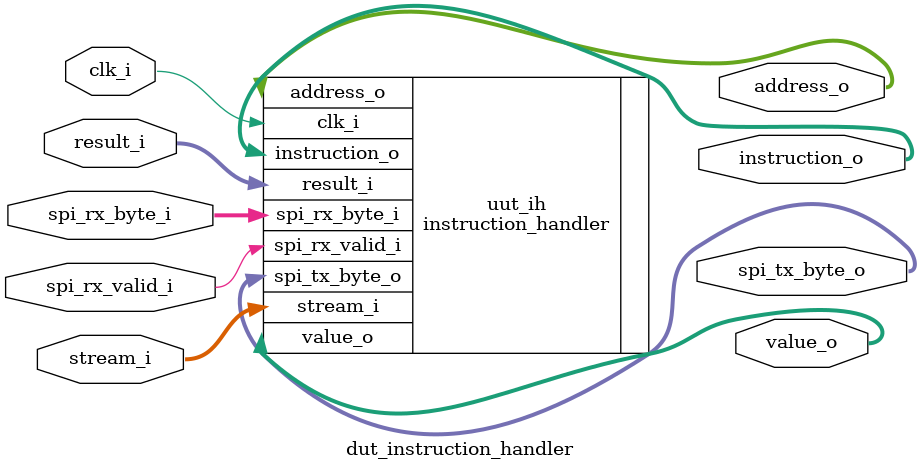
<source format=sv>
module dut_instruction_handler (
    input wire clk_i,
    input wire spi_rx_valid_i,
    input wire [7:0] spi_rx_byte_i,
    input wire [31:0] result_i,
    input wire [31:0] stream_i,
    output wire [7:0] instruction_o,
    output wire [23:0] address_o,
    output wire [31:0] value_o,
    output wire [7:0] spi_tx_byte_o
);

    `ifdef COCOTB_SIM
        initial begin
            $dumpfile ("waves_dut_instruction_handler.vcd");
            // https://stackoverflow.com/questions/37368155/what-does-unable-to-bind-wire-error-mean
            $dumpvars (0, uut_ih);
            #1;
        end
    `endif

    instruction_handler uut_ih (
        .clk_i(clk_i), .spi_rx_valid_i(spi_rx_valid_i), .spi_rx_byte_i(spi_rx_byte_i),
        .result_i(result_i),.stream_i(stream_i), .instruction_o(instruction_o), 
        .address_o(address_o), .value_o(value_o), .spi_tx_byte_o(spi_tx_byte_o)
    );

endmodule
</source>
